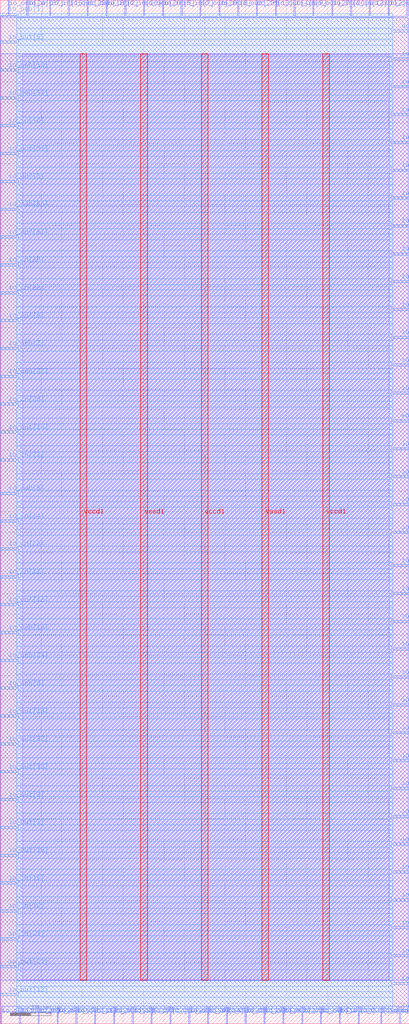
<source format=lef>
VERSION 5.7 ;
  NOWIREEXTENSIONATPIN ON ;
  DIVIDERCHAR "/" ;
  BUSBITCHARS "[]" ;
MACRO wrapped_ppm_decoder
  CLASS BLOCK ;
  FOREIGN wrapped_ppm_decoder ;
  ORIGIN 0.000 0.000 ;
  SIZE 100.000 BY 250.000 ;
  PIN active
    DIRECTION INPUT ;
    USE SIGNAL ;
    PORT
      LAYER met3 ;
        RECT 96.000 242.120 100.000 242.720 ;
    END
  END active
  PIN io_in[0]
    DIRECTION INPUT ;
    USE SIGNAL ;
    PORT
      LAYER met3 ;
        RECT 96.000 97.960 100.000 98.560 ;
    END
  END io_in[0]
  PIN io_in[10]
    DIRECTION INPUT ;
    USE SIGNAL ;
    PORT
      LAYER met3 ;
        RECT 0.000 219.000 4.000 219.600 ;
    END
  END io_in[10]
  PIN io_in[11]
    DIRECTION INPUT ;
    USE SIGNAL ;
    PORT
      LAYER met3 ;
        RECT 0.000 108.840 4.000 109.440 ;
    END
  END io_in[11]
  PIN io_in[12]
    DIRECTION INPUT ;
    USE SIGNAL ;
    PORT
      LAYER met2 ;
        RECT 85.650 246.000 85.930 250.000 ;
    END
  END io_in[12]
  PIN io_in[13]
    DIRECTION INPUT ;
    USE SIGNAL ;
    PORT
      LAYER met2 ;
        RECT 62.650 246.000 62.930 250.000 ;
    END
  END io_in[13]
  PIN io_in[14]
    DIRECTION INPUT ;
    USE SIGNAL ;
    PORT
      LAYER met3 ;
        RECT 0.000 122.440 4.000 123.040 ;
    END
  END io_in[14]
  PIN io_in[15]
    DIRECTION INPUT ;
    USE SIGNAL ;
    PORT
      LAYER met3 ;
        RECT 0.000 34.040 4.000 34.640 ;
    END
  END io_in[15]
  PIN io_in[16]
    DIRECTION INPUT ;
    USE SIGNAL ;
    PORT
      LAYER met2 ;
        RECT 12.050 246.000 12.330 250.000 ;
    END
  END io_in[16]
  PIN io_in[17]
    DIRECTION INPUT ;
    USE SIGNAL ;
    PORT
      LAYER met2 ;
        RECT 36.890 0.000 37.170 4.000 ;
    END
  END io_in[17]
  PIN io_in[18]
    DIRECTION INPUT ;
    USE SIGNAL ;
    PORT
      LAYER met3 ;
        RECT 0.000 27.240 4.000 27.840 ;
    END
  END io_in[18]
  PIN io_in[19]
    DIRECTION INPUT ;
    USE SIGNAL ;
    PORT
      LAYER met3 ;
        RECT 96.000 228.520 100.000 229.120 ;
    END
  END io_in[19]
  PIN io_in[1]
    DIRECTION INPUT ;
    USE SIGNAL ;
    PORT
      LAYER met3 ;
        RECT 96.000 57.160 100.000 57.760 ;
    END
  END io_in[1]
  PIN io_in[20]
    DIRECTION INPUT ;
    USE SIGNAL ;
    PORT
      LAYER met2 ;
        RECT 81.050 246.000 81.330 250.000 ;
    END
  END io_in[20]
  PIN io_in[21]
    DIRECTION INPUT ;
    USE SIGNAL ;
    PORT
      LAYER met3 ;
        RECT 0.000 137.400 4.000 138.000 ;
    END
  END io_in[21]
  PIN io_in[22]
    DIRECTION INPUT ;
    USE SIGNAL ;
    PORT
      LAYER met3 ;
        RECT 0.000 178.200 4.000 178.800 ;
    END
  END io_in[22]
  PIN io_in[23]
    DIRECTION INPUT ;
    USE SIGNAL ;
    PORT
      LAYER met3 ;
        RECT 96.000 140.120 100.000 140.720 ;
    END
  END io_in[23]
  PIN io_in[24]
    DIRECTION INPUT ;
    USE SIGNAL ;
    PORT
      LAYER met3 ;
        RECT 0.000 20.440 4.000 21.040 ;
    END
  END io_in[24]
  PIN io_in[25]
    DIRECTION INPUT ;
    USE SIGNAL ;
    PORT
      LAYER met3 ;
        RECT 0.000 185.000 4.000 185.600 ;
    END
  END io_in[25]
  PIN io_in[26]
    DIRECTION INPUT ;
    USE SIGNAL ;
    PORT
      LAYER met2 ;
        RECT 30.450 246.000 30.730 250.000 ;
    END
  END io_in[26]
  PIN io_in[27]
    DIRECTION INPUT ;
    USE SIGNAL ;
    PORT
      LAYER met3 ;
        RECT 96.000 235.320 100.000 235.920 ;
    END
  END io_in[27]
  PIN io_in[28]
    DIRECTION INPUT ;
    USE SIGNAL ;
    PORT
      LAYER met3 ;
        RECT 96.000 43.560 100.000 44.160 ;
    END
  END io_in[28]
  PIN io_in[29]
    DIRECTION INPUT ;
    USE SIGNAL ;
    PORT
      LAYER met3 ;
        RECT 96.000 111.560 100.000 112.160 ;
    END
  END io_in[29]
  PIN io_in[2]
    DIRECTION INPUT ;
    USE SIGNAL ;
    PORT
      LAYER met2 ;
        RECT 25.850 246.000 26.130 250.000 ;
    END
  END io_in[2]
  PIN io_in[30]
    DIRECTION INPUT ;
    USE SIGNAL ;
    PORT
      LAYER met2 ;
        RECT 82.890 0.000 83.170 4.000 ;
    END
  END io_in[30]
  PIN io_in[31]
    DIRECTION INPUT ;
    USE SIGNAL ;
    PORT
      LAYER met3 ;
        RECT 96.000 153.720 100.000 154.320 ;
    END
  END io_in[31]
  PIN io_in[32]
    DIRECTION INPUT ;
    USE SIGNAL ;
    PORT
      LAYER met3 ;
        RECT 0.000 115.640 4.000 116.240 ;
    END
  END io_in[32]
  PIN io_in[33]
    DIRECTION INPUT ;
    USE SIGNAL ;
    PORT
      LAYER met2 ;
        RECT 32.290 0.000 32.570 4.000 ;
    END
  END io_in[33]
  PIN io_in[34]
    DIRECTION INPUT ;
    USE SIGNAL ;
    PORT
      LAYER met2 ;
        RECT 50.690 0.000 50.970 4.000 ;
    END
  END io_in[34]
  PIN io_in[35]
    DIRECTION INPUT ;
    USE SIGNAL ;
    PORT
      LAYER met3 ;
        RECT 96.000 70.760 100.000 71.360 ;
    END
  END io_in[35]
  PIN io_in[36]
    DIRECTION INPUT ;
    USE SIGNAL ;
    PORT
      LAYER met3 ;
        RECT 0.000 151.000 4.000 151.600 ;
    END
  END io_in[36]
  PIN io_in[37]
    DIRECTION INPUT ;
    USE SIGNAL ;
    PORT
      LAYER met2 ;
        RECT 6.530 246.000 6.810 250.000 ;
    END
  END io_in[37]
  PIN io_in[3]
    DIRECTION INPUT ;
    USE SIGNAL ;
    PORT
      LAYER met3 ;
        RECT 96.000 119.720 100.000 120.320 ;
    END
  END io_in[3]
  PIN io_in[4]
    DIRECTION INPUT ;
    USE SIGNAL ;
    PORT
      LAYER met3 ;
        RECT 96.000 160.520 100.000 161.120 ;
    END
  END io_in[4]
  PIN io_in[5]
    DIRECTION INPUT ;
    USE SIGNAL ;
    PORT
      LAYER met2 ;
        RECT 39.650 246.000 39.930 250.000 ;
    END
  END io_in[5]
  PIN io_in[6]
    DIRECTION INPUT ;
    USE SIGNAL ;
    PORT
      LAYER met3 ;
        RECT 96.000 133.320 100.000 133.920 ;
    END
  END io_in[6]
  PIN io_in[7]
    DIRECTION INPUT ;
    USE SIGNAL ;
    PORT
      LAYER met2 ;
        RECT 44.250 246.000 44.530 250.000 ;
    END
  END io_in[7]
  PIN io_in[8]
    DIRECTION INPUT ;
    USE SIGNAL ;
    PORT
      LAYER met2 ;
        RECT 53.450 246.000 53.730 250.000 ;
    END
  END io_in[8]
  PIN io_in[9]
    DIRECTION INPUT ;
    USE SIGNAL ;
    PORT
      LAYER met2 ;
        RECT 71.850 246.000 72.130 250.000 ;
    END
  END io_in[9]
  PIN io_oeb[0]
    DIRECTION OUTPUT TRISTATE ;
    USE SIGNAL ;
    PORT
      LAYER met2 ;
        RECT 99.450 246.000 99.730 250.000 ;
    END
  END io_oeb[0]
  PIN io_oeb[10]
    DIRECTION OUTPUT TRISTATE ;
    USE SIGNAL ;
    PORT
      LAYER met3 ;
        RECT 96.000 214.920 100.000 215.520 ;
    END
  END io_oeb[10]
  PIN io_oeb[11]
    DIRECTION OUTPUT TRISTATE ;
    USE SIGNAL ;
    PORT
      LAYER met2 ;
        RECT 18.490 0.000 18.770 4.000 ;
    END
  END io_oeb[11]
  PIN io_oeb[12]
    DIRECTION OUTPUT TRISTATE ;
    USE SIGNAL ;
    PORT
      LAYER met3 ;
        RECT 0.000 232.600 4.000 233.200 ;
    END
  END io_oeb[12]
  PIN io_oeb[13]
    DIRECTION OUTPUT TRISTATE ;
    USE SIGNAL ;
    PORT
      LAYER met2 ;
        RECT 59.890 0.000 60.170 4.000 ;
    END
  END io_oeb[13]
  PIN io_oeb[14]
    DIRECTION OUTPUT TRISTATE ;
    USE SIGNAL ;
    PORT
      LAYER met2 ;
        RECT 78.290 0.000 78.570 4.000 ;
    END
  END io_oeb[14]
  PIN io_oeb[15]
    DIRECTION OUTPUT TRISTATE ;
    USE SIGNAL ;
    PORT
      LAYER met3 ;
        RECT 96.000 221.720 100.000 222.320 ;
    END
  END io_oeb[15]
  PIN io_oeb[16]
    DIRECTION OUTPUT TRISTATE ;
    USE SIGNAL ;
    PORT
      LAYER met3 ;
        RECT 96.000 29.960 100.000 30.560 ;
    END
  END io_oeb[16]
  PIN io_oeb[17]
    DIRECTION OUTPUT TRISTATE ;
    USE SIGNAL ;
    PORT
      LAYER met3 ;
        RECT 96.000 180.920 100.000 181.520 ;
    END
  END io_oeb[17]
  PIN io_oeb[18]
    DIRECTION OUTPUT TRISTATE ;
    USE SIGNAL ;
    PORT
      LAYER met2 ;
        RECT 21.250 246.000 21.530 250.000 ;
    END
  END io_oeb[18]
  PIN io_oeb[19]
    DIRECTION OUTPUT TRISTATE ;
    USE SIGNAL ;
    PORT
      LAYER met3 ;
        RECT 0.000 95.240 4.000 95.840 ;
    END
  END io_oeb[19]
  PIN io_oeb[1]
    DIRECTION OUTPUT TRISTATE ;
    USE SIGNAL ;
    PORT
      LAYER met3 ;
        RECT 0.000 246.200 4.000 246.800 ;
    END
  END io_oeb[1]
  PIN io_oeb[20]
    DIRECTION OUTPUT TRISTATE ;
    USE SIGNAL ;
    PORT
      LAYER met2 ;
        RECT 35.050 246.000 35.330 250.000 ;
    END
  END io_oeb[20]
  PIN io_oeb[21]
    DIRECTION OUTPUT TRISTATE ;
    USE SIGNAL ;
    PORT
      LAYER met3 ;
        RECT 96.000 9.560 100.000 10.160 ;
    END
  END io_oeb[21]
  PIN io_oeb[22]
    DIRECTION OUTPUT TRISTATE ;
    USE SIGNAL ;
    PORT
      LAYER met2 ;
        RECT 41.490 0.000 41.770 4.000 ;
    END
  END io_oeb[22]
  PIN io_oeb[23]
    DIRECTION OUTPUT TRISTATE ;
    USE SIGNAL ;
    PORT
      LAYER met3 ;
        RECT 96.000 104.760 100.000 105.360 ;
    END
  END io_oeb[23]
  PIN io_oeb[24]
    DIRECTION OUTPUT TRISTATE ;
    USE SIGNAL ;
    PORT
      LAYER met2 ;
        RECT 1.930 246.000 2.210 250.000 ;
    END
  END io_oeb[24]
  PIN io_oeb[25]
    DIRECTION OUTPUT TRISTATE ;
    USE SIGNAL ;
    PORT
      LAYER met3 ;
        RECT 96.000 187.720 100.000 188.320 ;
    END
  END io_oeb[25]
  PIN io_oeb[26]
    DIRECTION OUTPUT TRISTATE ;
    USE SIGNAL ;
    PORT
      LAYER met2 ;
        RECT 9.290 0.000 9.570 4.000 ;
    END
  END io_oeb[26]
  PIN io_oeb[27]
    DIRECTION OUTPUT TRISTATE ;
    USE SIGNAL ;
    PORT
      LAYER met3 ;
        RECT 96.000 36.760 100.000 37.360 ;
    END
  END io_oeb[27]
  PIN io_oeb[28]
    DIRECTION OUTPUT TRISTATE ;
    USE SIGNAL ;
    PORT
      LAYER met3 ;
        RECT 96.000 91.160 100.000 91.760 ;
    END
  END io_oeb[28]
  PIN io_oeb[29]
    DIRECTION OUTPUT TRISTATE ;
    USE SIGNAL ;
    PORT
      LAYER met2 ;
        RECT 94.850 246.000 95.130 250.000 ;
    END
  END io_oeb[29]
  PIN io_oeb[2]
    DIRECTION OUTPUT TRISTATE ;
    USE SIGNAL ;
    PORT
      LAYER met3 ;
        RECT 0.000 164.600 4.000 165.200 ;
    END
  END io_oeb[2]
  PIN io_oeb[30]
    DIRECTION OUTPUT TRISTATE ;
    USE SIGNAL ;
    PORT
      LAYER met3 ;
        RECT 96.000 16.360 100.000 16.960 ;
    END
  END io_oeb[30]
  PIN io_oeb[31]
    DIRECTION OUTPUT TRISTATE ;
    USE SIGNAL ;
    PORT
      LAYER met2 ;
        RECT 55.290 0.000 55.570 4.000 ;
    END
  END io_oeb[31]
  PIN io_oeb[32]
    DIRECTION OUTPUT TRISTATE ;
    USE SIGNAL ;
    PORT
      LAYER met3 ;
        RECT 0.000 157.800 4.000 158.400 ;
    END
  END io_oeb[32]
  PIN io_oeb[33]
    DIRECTION OUTPUT TRISTATE ;
    USE SIGNAL ;
    PORT
      LAYER met3 ;
        RECT 96.000 201.320 100.000 201.920 ;
    END
  END io_oeb[33]
  PIN io_oeb[34]
    DIRECTION OUTPUT TRISTATE ;
    USE SIGNAL ;
    PORT
      LAYER met3 ;
        RECT 0.000 88.440 4.000 89.040 ;
    END
  END io_oeb[34]
  PIN io_oeb[35]
    DIRECTION OUTPUT TRISTATE ;
    USE SIGNAL ;
    PORT
      LAYER met3 ;
        RECT 96.000 63.960 100.000 64.560 ;
    END
  END io_oeb[35]
  PIN io_oeb[36]
    DIRECTION OUTPUT TRISTATE ;
    USE SIGNAL ;
    PORT
      LAYER met3 ;
        RECT 0.000 198.600 4.000 199.200 ;
    END
  END io_oeb[36]
  PIN io_oeb[37]
    DIRECTION OUTPUT TRISTATE ;
    USE SIGNAL ;
    PORT
      LAYER met3 ;
        RECT 0.000 225.800 4.000 226.400 ;
    END
  END io_oeb[37]
  PIN io_oeb[3]
    DIRECTION OUTPUT TRISTATE ;
    USE SIGNAL ;
    PORT
      LAYER met3 ;
        RECT 0.000 129.240 4.000 129.840 ;
    END
  END io_oeb[3]
  PIN io_oeb[4]
    DIRECTION OUTPUT TRISTATE ;
    USE SIGNAL ;
    PORT
      LAYER met2 ;
        RECT 97.610 0.000 97.890 4.000 ;
    END
  END io_oeb[4]
  PIN io_oeb[5]
    DIRECTION OUTPUT TRISTATE ;
    USE SIGNAL ;
    PORT
      LAYER met2 ;
        RECT 13.890 0.000 14.170 4.000 ;
    END
  END io_oeb[5]
  PIN io_oeb[6]
    DIRECTION OUTPUT TRISTATE ;
    USE SIGNAL ;
    PORT
      LAYER met3 ;
        RECT 0.000 81.640 4.000 82.240 ;
    END
  END io_oeb[6]
  PIN io_oeb[7]
    DIRECTION OUTPUT TRISTATE ;
    USE SIGNAL ;
    PORT
      LAYER met3 ;
        RECT 96.000 50.360 100.000 50.960 ;
    END
  END io_oeb[7]
  PIN io_oeb[8]
    DIRECTION OUTPUT TRISTATE ;
    USE SIGNAL ;
    PORT
      LAYER met3 ;
        RECT 96.000 167.320 100.000 167.920 ;
    END
  END io_oeb[8]
  PIN io_oeb[9]
    DIRECTION OUTPUT TRISTATE ;
    USE SIGNAL ;
    PORT
      LAYER met3 ;
        RECT 96.000 126.520 100.000 127.120 ;
    END
  END io_oeb[9]
  PIN io_out[0]
    DIRECTION OUTPUT TRISTATE ;
    USE SIGNAL ;
    PORT
      LAYER met3 ;
        RECT 96.000 2.760 100.000 3.360 ;
    END
  END io_out[0]
  PIN io_out[10]
    DIRECTION OUTPUT TRISTATE ;
    USE SIGNAL ;
    PORT
      LAYER met3 ;
        RECT 0.000 144.200 4.000 144.800 ;
    END
  END io_out[10]
  PIN io_out[11]
    DIRECTION OUTPUT TRISTATE ;
    USE SIGNAL ;
    PORT
      LAYER met3 ;
        RECT 96.000 84.360 100.000 84.960 ;
    END
  END io_out[11]
  PIN io_out[12]
    DIRECTION OUTPUT TRISTATE ;
    USE SIGNAL ;
    PORT
      LAYER met3 ;
        RECT 0.000 102.040 4.000 102.640 ;
    END
  END io_out[12]
  PIN io_out[13]
    DIRECTION OUTPUT TRISTATE ;
    USE SIGNAL ;
    PORT
      LAYER met3 ;
        RECT 0.000 6.840 4.000 7.440 ;
    END
  END io_out[13]
  PIN io_out[14]
    DIRECTION OUTPUT TRISTATE ;
    USE SIGNAL ;
    PORT
      LAYER met3 ;
        RECT 96.000 194.520 100.000 195.120 ;
    END
  END io_out[14]
  PIN io_out[15]
    DIRECTION OUTPUT TRISTATE ;
    USE SIGNAL ;
    PORT
      LAYER met3 ;
        RECT 96.000 23.160 100.000 23.760 ;
    END
  END io_out[15]
  PIN io_out[16]
    DIRECTION OUTPUT TRISTATE ;
    USE SIGNAL ;
    PORT
      LAYER met3 ;
        RECT 96.000 208.120 100.000 208.720 ;
    END
  END io_out[16]
  PIN io_out[17]
    DIRECTION OUTPUT TRISTATE ;
    USE SIGNAL ;
    PORT
      LAYER met2 ;
        RECT 69.090 0.000 69.370 4.000 ;
    END
  END io_out[17]
  PIN io_out[18]
    DIRECTION OUTPUT TRISTATE ;
    USE SIGNAL ;
    PORT
      LAYER met3 ;
        RECT 0.000 40.840 4.000 41.440 ;
    END
  END io_out[18]
  PIN io_out[19]
    DIRECTION OUTPUT TRISTATE ;
    USE SIGNAL ;
    PORT
      LAYER met3 ;
        RECT 0.000 74.840 4.000 75.440 ;
    END
  END io_out[19]
  PIN io_out[1]
    DIRECTION OUTPUT TRISTATE ;
    USE SIGNAL ;
    PORT
      LAYER met2 ;
        RECT 0.090 0.000 0.370 4.000 ;
    END
  END io_out[1]
  PIN io_out[20]
    DIRECTION OUTPUT TRISTATE ;
    USE SIGNAL ;
    PORT
      LAYER met2 ;
        RECT 87.490 0.000 87.770 4.000 ;
    END
  END io_out[20]
  PIN io_out[21]
    DIRECTION OUTPUT TRISTATE ;
    USE SIGNAL ;
    PORT
      LAYER met3 ;
        RECT 0.000 212.200 4.000 212.800 ;
    END
  END io_out[21]
  PIN io_out[22]
    DIRECTION OUTPUT TRISTATE ;
    USE SIGNAL ;
    PORT
      LAYER met2 ;
        RECT 16.650 246.000 16.930 250.000 ;
    END
  END io_out[22]
  PIN io_out[23]
    DIRECTION OUTPUT TRISTATE ;
    USE SIGNAL ;
    PORT
      LAYER met2 ;
        RECT 58.050 246.000 58.330 250.000 ;
    END
  END io_out[23]
  PIN io_out[24]
    DIRECTION OUTPUT TRISTATE ;
    USE SIGNAL ;
    PORT
      LAYER met3 ;
        RECT 0.000 13.640 4.000 14.240 ;
    END
  END io_out[24]
  PIN io_out[25]
    DIRECTION OUTPUT TRISTATE ;
    USE SIGNAL ;
    PORT
      LAYER met2 ;
        RECT 23.090 0.000 23.370 4.000 ;
    END
  END io_out[25]
  PIN io_out[26]
    DIRECTION OUTPUT TRISTATE ;
    USE SIGNAL ;
    PORT
      LAYER met2 ;
        RECT 4.690 0.000 4.970 4.000 ;
    END
  END io_out[26]
  PIN io_out[27]
    DIRECTION OUTPUT TRISTATE ;
    USE SIGNAL ;
    PORT
      LAYER met2 ;
        RECT 76.450 246.000 76.730 250.000 ;
    END
  END io_out[27]
  PIN io_out[28]
    DIRECTION OUTPUT TRISTATE ;
    USE SIGNAL ;
    PORT
      LAYER met2 ;
        RECT 48.850 246.000 49.130 250.000 ;
    END
  END io_out[28]
  PIN io_out[29]
    DIRECTION OUTPUT TRISTATE ;
    USE SIGNAL ;
    PORT
      LAYER met2 ;
        RECT 64.490 0.000 64.770 4.000 ;
    END
  END io_out[29]
  PIN io_out[2]
    DIRECTION OUTPUT TRISTATE ;
    USE SIGNAL ;
    PORT
      LAYER met2 ;
        RECT 90.250 246.000 90.530 250.000 ;
    END
  END io_out[2]
  PIN io_out[30]
    DIRECTION OUTPUT TRISTATE ;
    USE SIGNAL ;
    PORT
      LAYER met3 ;
        RECT 96.000 77.560 100.000 78.160 ;
    END
  END io_out[30]
  PIN io_out[31]
    DIRECTION OUTPUT TRISTATE ;
    USE SIGNAL ;
    PORT
      LAYER met3 ;
        RECT 0.000 191.800 4.000 192.400 ;
    END
  END io_out[31]
  PIN io_out[32]
    DIRECTION OUTPUT TRISTATE ;
    USE SIGNAL ;
    PORT
      LAYER met3 ;
        RECT 0.000 68.040 4.000 68.640 ;
    END
  END io_out[32]
  PIN io_out[33]
    DIRECTION OUTPUT TRISTATE ;
    USE SIGNAL ;
    PORT
      LAYER met2 ;
        RECT 27.690 0.000 27.970 4.000 ;
    END
  END io_out[33]
  PIN io_out[34]
    DIRECTION OUTPUT TRISTATE ;
    USE SIGNAL ;
    PORT
      LAYER met2 ;
        RECT 46.090 0.000 46.370 4.000 ;
    END
  END io_out[34]
  PIN io_out[35]
    DIRECTION OUTPUT TRISTATE ;
    USE SIGNAL ;
    PORT
      LAYER met3 ;
        RECT 0.000 61.240 4.000 61.840 ;
    END
  END io_out[35]
  PIN io_out[36]
    DIRECTION OUTPUT TRISTATE ;
    USE SIGNAL ;
    PORT
      LAYER met3 ;
        RECT 96.000 174.120 100.000 174.720 ;
    END
  END io_out[36]
  PIN io_out[37]
    DIRECTION OUTPUT TRISTATE ;
    USE SIGNAL ;
    PORT
      LAYER met2 ;
        RECT 73.690 0.000 73.970 4.000 ;
    END
  END io_out[37]
  PIN io_out[3]
    DIRECTION OUTPUT TRISTATE ;
    USE SIGNAL ;
    PORT
      LAYER met3 ;
        RECT 0.000 47.640 4.000 48.240 ;
    END
  END io_out[3]
  PIN io_out[4]
    DIRECTION OUTPUT TRISTATE ;
    USE SIGNAL ;
    PORT
      LAYER met2 ;
        RECT 67.250 246.000 67.530 250.000 ;
    END
  END io_out[4]
  PIN io_out[5]
    DIRECTION OUTPUT TRISTATE ;
    USE SIGNAL ;
    PORT
      LAYER met3 ;
        RECT 0.000 205.400 4.000 206.000 ;
    END
  END io_out[5]
  PIN io_out[6]
    DIRECTION OUTPUT TRISTATE ;
    USE SIGNAL ;
    PORT
      LAYER met3 ;
        RECT 0.000 239.400 4.000 240.000 ;
    END
  END io_out[6]
  PIN io_out[7]
    DIRECTION OUTPUT TRISTATE ;
    USE SIGNAL ;
    PORT
      LAYER met2 ;
        RECT 93.010 0.000 93.290 4.000 ;
    END
  END io_out[7]
  PIN io_out[8]
    DIRECTION OUTPUT TRISTATE ;
    USE SIGNAL ;
    PORT
      LAYER met3 ;
        RECT 0.000 54.440 4.000 55.040 ;
    END
  END io_out[8]
  PIN io_out[9]
    DIRECTION OUTPUT TRISTATE ;
    USE SIGNAL ;
    PORT
      LAYER met3 ;
        RECT 0.000 171.400 4.000 172.000 ;
    END
  END io_out[9]
  PIN vccd1
    DIRECTION INPUT ;
    USE POWER ;
    PORT
      LAYER met4 ;
        RECT 19.545 10.640 21.145 236.880 ;
    END
    PORT
      LAYER met4 ;
        RECT 49.195 10.640 50.795 236.880 ;
    END
    PORT
      LAYER met4 ;
        RECT 78.850 10.640 80.450 236.880 ;
    END
  END vccd1
  PIN vssd1
    DIRECTION INPUT ;
    USE GROUND ;
    PORT
      LAYER met4 ;
        RECT 34.370 10.640 35.970 236.880 ;
    END
    PORT
      LAYER met4 ;
        RECT 64.025 10.640 65.625 236.880 ;
    END
  END vssd1
  PIN wb_clk_i
    DIRECTION INPUT ;
    USE SIGNAL ;
    PORT
      LAYER met3 ;
        RECT 96.000 146.920 100.000 147.520 ;
    END
  END wb_clk_i
  OBS
      LAYER li1 ;
        RECT 5.520 10.795 95.075 236.725 ;
      LAYER met1 ;
        RECT 0.070 10.640 99.750 236.880 ;
      LAYER met2 ;
        RECT 0.100 245.720 1.650 246.005 ;
        RECT 2.490 245.720 6.250 246.005 ;
        RECT 7.090 245.720 11.770 246.005 ;
        RECT 12.610 245.720 16.370 246.005 ;
        RECT 17.210 245.720 20.970 246.005 ;
        RECT 21.810 245.720 25.570 246.005 ;
        RECT 26.410 245.720 30.170 246.005 ;
        RECT 31.010 245.720 34.770 246.005 ;
        RECT 35.610 245.720 39.370 246.005 ;
        RECT 40.210 245.720 43.970 246.005 ;
        RECT 44.810 245.720 48.570 246.005 ;
        RECT 49.410 245.720 53.170 246.005 ;
        RECT 54.010 245.720 57.770 246.005 ;
        RECT 58.610 245.720 62.370 246.005 ;
        RECT 63.210 245.720 66.970 246.005 ;
        RECT 67.810 245.720 71.570 246.005 ;
        RECT 72.410 245.720 76.170 246.005 ;
        RECT 77.010 245.720 80.770 246.005 ;
        RECT 81.610 245.720 85.370 246.005 ;
        RECT 86.210 245.720 89.970 246.005 ;
        RECT 90.810 245.720 94.570 246.005 ;
        RECT 95.410 245.720 99.170 246.005 ;
        RECT 0.100 4.280 99.720 245.720 ;
        RECT 0.650 2.875 4.410 4.280 ;
        RECT 5.250 2.875 9.010 4.280 ;
        RECT 9.850 2.875 13.610 4.280 ;
        RECT 14.450 2.875 18.210 4.280 ;
        RECT 19.050 2.875 22.810 4.280 ;
        RECT 23.650 2.875 27.410 4.280 ;
        RECT 28.250 2.875 32.010 4.280 ;
        RECT 32.850 2.875 36.610 4.280 ;
        RECT 37.450 2.875 41.210 4.280 ;
        RECT 42.050 2.875 45.810 4.280 ;
        RECT 46.650 2.875 50.410 4.280 ;
        RECT 51.250 2.875 55.010 4.280 ;
        RECT 55.850 2.875 59.610 4.280 ;
        RECT 60.450 2.875 64.210 4.280 ;
        RECT 65.050 2.875 68.810 4.280 ;
        RECT 69.650 2.875 73.410 4.280 ;
        RECT 74.250 2.875 78.010 4.280 ;
        RECT 78.850 2.875 82.610 4.280 ;
        RECT 83.450 2.875 87.210 4.280 ;
        RECT 88.050 2.875 92.730 4.280 ;
        RECT 93.570 2.875 97.330 4.280 ;
        RECT 98.170 2.875 99.720 4.280 ;
      LAYER met3 ;
        RECT 4.400 245.800 96.000 246.650 ;
        RECT 4.000 243.120 96.000 245.800 ;
        RECT 4.000 241.720 95.600 243.120 ;
        RECT 4.000 240.400 96.000 241.720 ;
        RECT 4.400 239.000 96.000 240.400 ;
        RECT 4.000 236.320 96.000 239.000 ;
        RECT 4.000 234.920 95.600 236.320 ;
        RECT 4.000 233.600 96.000 234.920 ;
        RECT 4.400 232.200 96.000 233.600 ;
        RECT 4.000 229.520 96.000 232.200 ;
        RECT 4.000 228.120 95.600 229.520 ;
        RECT 4.000 226.800 96.000 228.120 ;
        RECT 4.400 225.400 96.000 226.800 ;
        RECT 4.000 222.720 96.000 225.400 ;
        RECT 4.000 221.320 95.600 222.720 ;
        RECT 4.000 220.000 96.000 221.320 ;
        RECT 4.400 218.600 96.000 220.000 ;
        RECT 4.000 215.920 96.000 218.600 ;
        RECT 4.000 214.520 95.600 215.920 ;
        RECT 4.000 213.200 96.000 214.520 ;
        RECT 4.400 211.800 96.000 213.200 ;
        RECT 4.000 209.120 96.000 211.800 ;
        RECT 4.000 207.720 95.600 209.120 ;
        RECT 4.000 206.400 96.000 207.720 ;
        RECT 4.400 205.000 96.000 206.400 ;
        RECT 4.000 202.320 96.000 205.000 ;
        RECT 4.000 200.920 95.600 202.320 ;
        RECT 4.000 199.600 96.000 200.920 ;
        RECT 4.400 198.200 96.000 199.600 ;
        RECT 4.000 195.520 96.000 198.200 ;
        RECT 4.000 194.120 95.600 195.520 ;
        RECT 4.000 192.800 96.000 194.120 ;
        RECT 4.400 191.400 96.000 192.800 ;
        RECT 4.000 188.720 96.000 191.400 ;
        RECT 4.000 187.320 95.600 188.720 ;
        RECT 4.000 186.000 96.000 187.320 ;
        RECT 4.400 184.600 96.000 186.000 ;
        RECT 4.000 181.920 96.000 184.600 ;
        RECT 4.000 180.520 95.600 181.920 ;
        RECT 4.000 179.200 96.000 180.520 ;
        RECT 4.400 177.800 96.000 179.200 ;
        RECT 4.000 175.120 96.000 177.800 ;
        RECT 4.000 173.720 95.600 175.120 ;
        RECT 4.000 172.400 96.000 173.720 ;
        RECT 4.400 171.000 96.000 172.400 ;
        RECT 4.000 168.320 96.000 171.000 ;
        RECT 4.000 166.920 95.600 168.320 ;
        RECT 4.000 165.600 96.000 166.920 ;
        RECT 4.400 164.200 96.000 165.600 ;
        RECT 4.000 161.520 96.000 164.200 ;
        RECT 4.000 160.120 95.600 161.520 ;
        RECT 4.000 158.800 96.000 160.120 ;
        RECT 4.400 157.400 96.000 158.800 ;
        RECT 4.000 154.720 96.000 157.400 ;
        RECT 4.000 153.320 95.600 154.720 ;
        RECT 4.000 152.000 96.000 153.320 ;
        RECT 4.400 150.600 96.000 152.000 ;
        RECT 4.000 147.920 96.000 150.600 ;
        RECT 4.000 146.520 95.600 147.920 ;
        RECT 4.000 145.200 96.000 146.520 ;
        RECT 4.400 143.800 96.000 145.200 ;
        RECT 4.000 141.120 96.000 143.800 ;
        RECT 4.000 139.720 95.600 141.120 ;
        RECT 4.000 138.400 96.000 139.720 ;
        RECT 4.400 137.000 96.000 138.400 ;
        RECT 4.000 134.320 96.000 137.000 ;
        RECT 4.000 132.920 95.600 134.320 ;
        RECT 4.000 130.240 96.000 132.920 ;
        RECT 4.400 128.840 96.000 130.240 ;
        RECT 4.000 127.520 96.000 128.840 ;
        RECT 4.000 126.120 95.600 127.520 ;
        RECT 4.000 123.440 96.000 126.120 ;
        RECT 4.400 122.040 96.000 123.440 ;
        RECT 4.000 120.720 96.000 122.040 ;
        RECT 4.000 119.320 95.600 120.720 ;
        RECT 4.000 116.640 96.000 119.320 ;
        RECT 4.400 115.240 96.000 116.640 ;
        RECT 4.000 112.560 96.000 115.240 ;
        RECT 4.000 111.160 95.600 112.560 ;
        RECT 4.000 109.840 96.000 111.160 ;
        RECT 4.400 108.440 96.000 109.840 ;
        RECT 4.000 105.760 96.000 108.440 ;
        RECT 4.000 104.360 95.600 105.760 ;
        RECT 4.000 103.040 96.000 104.360 ;
        RECT 4.400 101.640 96.000 103.040 ;
        RECT 4.000 98.960 96.000 101.640 ;
        RECT 4.000 97.560 95.600 98.960 ;
        RECT 4.000 96.240 96.000 97.560 ;
        RECT 4.400 94.840 96.000 96.240 ;
        RECT 4.000 92.160 96.000 94.840 ;
        RECT 4.000 90.760 95.600 92.160 ;
        RECT 4.000 89.440 96.000 90.760 ;
        RECT 4.400 88.040 96.000 89.440 ;
        RECT 4.000 85.360 96.000 88.040 ;
        RECT 4.000 83.960 95.600 85.360 ;
        RECT 4.000 82.640 96.000 83.960 ;
        RECT 4.400 81.240 96.000 82.640 ;
        RECT 4.000 78.560 96.000 81.240 ;
        RECT 4.000 77.160 95.600 78.560 ;
        RECT 4.000 75.840 96.000 77.160 ;
        RECT 4.400 74.440 96.000 75.840 ;
        RECT 4.000 71.760 96.000 74.440 ;
        RECT 4.000 70.360 95.600 71.760 ;
        RECT 4.000 69.040 96.000 70.360 ;
        RECT 4.400 67.640 96.000 69.040 ;
        RECT 4.000 64.960 96.000 67.640 ;
        RECT 4.000 63.560 95.600 64.960 ;
        RECT 4.000 62.240 96.000 63.560 ;
        RECT 4.400 60.840 96.000 62.240 ;
        RECT 4.000 58.160 96.000 60.840 ;
        RECT 4.000 56.760 95.600 58.160 ;
        RECT 4.000 55.440 96.000 56.760 ;
        RECT 4.400 54.040 96.000 55.440 ;
        RECT 4.000 51.360 96.000 54.040 ;
        RECT 4.000 49.960 95.600 51.360 ;
        RECT 4.000 48.640 96.000 49.960 ;
        RECT 4.400 47.240 96.000 48.640 ;
        RECT 4.000 44.560 96.000 47.240 ;
        RECT 4.000 43.160 95.600 44.560 ;
        RECT 4.000 41.840 96.000 43.160 ;
        RECT 4.400 40.440 96.000 41.840 ;
        RECT 4.000 37.760 96.000 40.440 ;
        RECT 4.000 36.360 95.600 37.760 ;
        RECT 4.000 35.040 96.000 36.360 ;
        RECT 4.400 33.640 96.000 35.040 ;
        RECT 4.000 30.960 96.000 33.640 ;
        RECT 4.000 29.560 95.600 30.960 ;
        RECT 4.000 28.240 96.000 29.560 ;
        RECT 4.400 26.840 96.000 28.240 ;
        RECT 4.000 24.160 96.000 26.840 ;
        RECT 4.000 22.760 95.600 24.160 ;
        RECT 4.000 21.440 96.000 22.760 ;
        RECT 4.400 20.040 96.000 21.440 ;
        RECT 4.000 17.360 96.000 20.040 ;
        RECT 4.000 15.960 95.600 17.360 ;
        RECT 4.000 14.640 96.000 15.960 ;
        RECT 4.400 13.240 96.000 14.640 ;
        RECT 4.000 10.560 96.000 13.240 ;
        RECT 4.000 9.160 95.600 10.560 ;
        RECT 4.000 7.840 96.000 9.160 ;
        RECT 4.400 6.440 96.000 7.840 ;
        RECT 4.000 3.760 96.000 6.440 ;
        RECT 4.000 2.895 95.600 3.760 ;
  END
END wrapped_ppm_decoder
END LIBRARY


</source>
